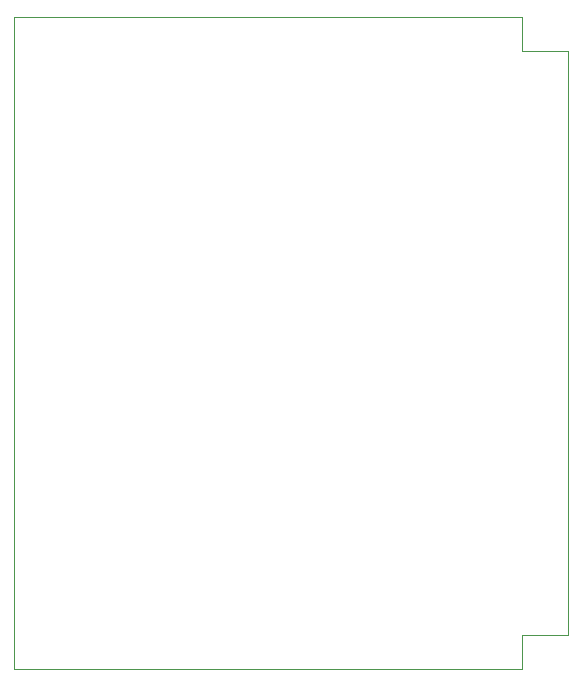
<source format=gbr>
%TF.GenerationSoftware,KiCad,Pcbnew,7.0.11+dfsg-1*%
%TF.CreationDate,2024-03-22T13:59:40+02:00*%
%TF.ProjectId,dexx_video_adapter,64657878-5f76-4696-9465-6f5f61646170,rev?*%
%TF.SameCoordinates,Original*%
%TF.FileFunction,Profile,NP*%
%FSLAX46Y46*%
G04 Gerber Fmt 4.6, Leading zero omitted, Abs format (unit mm)*
G04 Created by KiCad (PCBNEW 7.0.11+dfsg-1) date 2024-03-22 13:59:40*
%MOMM*%
%LPD*%
G01*
G04 APERTURE LIST*
%TA.AperFunction,Profile*%
%ADD10C,0.100000*%
%TD*%
G04 APERTURE END LIST*
D10*
X68300000Y-16000000D02*
X72210000Y-16000000D01*
X72210000Y-65400000D01*
X68300000Y-65400000D01*
X68300000Y-68320000D01*
X25310000Y-68320000D01*
X25310000Y-13080000D01*
X68300000Y-13080000D01*
X68300000Y-16000000D01*
M02*

</source>
